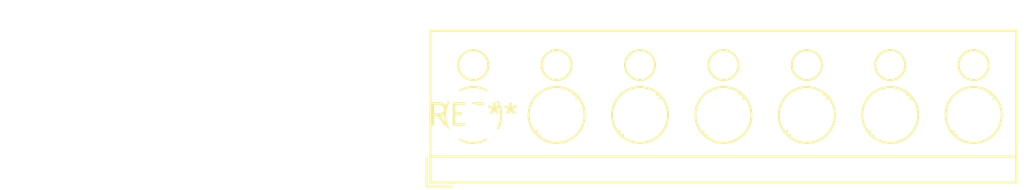
<source format=kicad_pcb>
(kicad_pcb (version 20240108) (generator pcbnew)
  (layers (0 "F.Cu" signal) (31 "B.Cu" signal) (34 "B.Paste" user) (35 "F.Paste" user) (36 "B.SilkS" user "B.Silkscreen") (37 "F.SilkS" user "F.Silkscreen") (38 "B.Mask" user) (39 "F.Mask" user) (44 "Edge.Cuts" user))
  (net 0 "")
  (footprint "TerminalBlock_RND_205-00006_1x07_P5.00mm_Horizontal" (layer "F.Cu") (at 0 0)
    (property "Reference" "REF**")
    (property "Value" "TerminalBlock_RND_205-00006_1x07_P5.00mm_Horizontal")
    (fp_line (start -2.8 2.56) (end -2.8 4.3) (layer "F.SilkS") (stroke (width 0.12)))
    (fp_line (start -2.8 4.3) (end -1.3 4.3) (layer "F.SilkS") (stroke (width 0.12)))
    (fp_line (start -2.56 -5.06) (end -2.56 4.06) (layer "F.SilkS") (stroke (width 0.12)))
    (fp_line (start -2.56 -5.06) (end 32.56 -5.06) (layer "F.SilkS") (stroke (width 0.12)))
    (fp_line (start -2.56 2.5) (end 32.56 2.5) (layer "F.SilkS") (stroke (width 0.12)))
    (fp_line (start -2.56 4.06) (end 32.56 4.06) (layer "F.SilkS") (stroke (width 0.12)))
    (fp_line (start 3.82 0.976) (end 3.726 1.069) (layer "F.SilkS") (stroke (width 0.12)))
    (fp_line (start 3.99 1.216) (end 3.931 1.274) (layer "F.SilkS") (stroke (width 0.12)))
    (fp_line (start 6.07 -1.275) (end 6.011 -1.216) (layer "F.SilkS") (stroke (width 0.12)))
    (fp_line (start 6.275 -1.069) (end 6.181 -0.976) (layer "F.SilkS") (stroke (width 0.12)))
    (fp_line (start 8.82 0.976) (end 8.726 1.069) (layer "F.SilkS") (stroke (width 0.12)))
    (fp_line (start 8.99 1.216) (end 8.931 1.274) (layer "F.SilkS") (stroke (width 0.12)))
    (fp_line (start 11.07 -1.275) (end 11.011 -1.216) (layer "F.SilkS") (stroke (width 0.12)))
    (fp_line (start 11.275 -1.069) (end 11.181 -0.976) (layer "F.SilkS") (stroke (width 0.12)))
    (fp_line (start 13.82 0.976) (end 13.726 1.069) (layer "F.SilkS") (stroke (width 0.12)))
    (fp_line (start 13.99 1.216) (end 13.931 1.274) (layer "F.SilkS") (stroke (width 0.12)))
    (fp_line (start 16.07 -1.275) (end 16.011 -1.216) (layer "F.SilkS") (stroke (width 0.12)))
    (fp_line (start 16.275 -1.069) (end 16.181 -0.976) (layer "F.SilkS") (stroke (width 0.12)))
    (fp_line (start 18.82 0.976) (end 18.726 1.069) (layer "F.SilkS") (stroke (width 0.12)))
    (fp_line (start 18.99 1.216) (end 18.931 1.274) (layer "F.SilkS") (stroke (width 0.12)))
    (fp_line (start 21.07 -1.275) (end 21.011 -1.216) (layer "F.SilkS") (stroke (width 0.12)))
    (fp_line (start 21.275 -1.069) (end 21.181 -0.976) (layer "F.SilkS") (stroke (width 0.12)))
    (fp_line (start 23.82 0.976) (end 23.726 1.069) (layer "F.SilkS") (stroke (width 0.12)))
    (fp_line (start 23.99 1.216) (end 23.931 1.274) (layer "F.SilkS") (stroke (width 0.12)))
    (fp_line (start 26.07 -1.275) (end 26.011 -1.216) (layer "F.SilkS") (stroke (width 0.12)))
    (fp_line (start 26.275 -1.069) (end 26.181 -0.976) (layer "F.SilkS") (stroke (width 0.12)))
    (fp_line (start 28.82 0.976) (end 28.726 1.069) (layer "F.SilkS") (stroke (width 0.12)))
    (fp_line (start 28.99 1.216) (end 28.931 1.274) (layer "F.SilkS") (stroke (width 0.12)))
    (fp_line (start 31.07 -1.275) (end 31.011 -1.216) (layer "F.SilkS") (stroke (width 0.12)))
    (fp_line (start 31.275 -1.069) (end 31.181 -0.976) (layer "F.SilkS") (stroke (width 0.12)))
    (fp_line (start 32.56 -5.06) (end 32.56 4.06) (layer "F.SilkS") (stroke (width 0.12)))
    (fp_arc (start -1.483953 0.789089) (mid -1.680708 5e-05) (end -1.484 -0.789) (layer "F.SilkS") (stroke (width 0.12)))
    (fp_arc (start -0.789089 -1.483953) (mid -5e-05 -1.680708) (end 0.789 -1.484) (layer "F.SilkS") (stroke (width 0.12)))
    (fp_arc (start 0.029383 1.68045) (mid -0.392304 1.634281) (end -0.789 1.484) (layer "F.SilkS") (stroke (width 0.12)))
    (fp_arc (start 0.788712 1.483352) (mid 0.406429 1.630097) (end 0 1.68) (layer "F.SilkS") (stroke (width 0.12)))
    (fp_arc (start 1.483953 -0.789089) (mid 1.680708 -5e-05) (end 1.484 0.789) (layer "F.SilkS") (stroke (width 0.12)))
    (fp_circle (center 0 -3) (end 0.9 -3) (layer "F.SilkS") (stroke (width 0.12)) (fill none))
    (fp_circle (center 5 -3) (end 5.9 -3) (layer "F.SilkS") (stroke (width 0.12)) (fill none))
    (fp_circle (center 5 0) (end 6.68 0) (layer "F.SilkS") (stroke (width 0.12)) (fill none))
    (fp_circle (center 10 -3) (end 10.9 -3) (layer "F.SilkS") (stroke (width 0.12)) (fill none))
    (fp_circle (center 10 0) (end 11.68 0) (layer "F.SilkS") (stroke (width 0.12)) (fill none))
    (fp_circle (center 15 -3) (end 15.9 -3) (layer "F.SilkS") (stroke (width 0.12)) (fill none))
    (fp_circle (center 15 0) (end 16.68 0) (layer "F.SilkS") (stroke (width 0.12)) (fill none))
    (fp_circle (center 20 -3) (end 20.9 -3) (layer "F.SilkS") (stroke (width 0.12)) (fill none))
    (fp_circle (center 20 0) (end 21.68 0) (layer "F.SilkS") (stroke (width 0.12)) (fill none))
    (fp_circle (center 25 -3) (end 25.9 -3) (layer "F.SilkS") (stroke (width 0.12)) (fill none))
    (fp_circle (center 25 0) (end 26.68 0) (layer "F.SilkS") (stroke (width 0.12)) (fill none))
    (fp_circle (center 30 -3) (end 30.9 -3) (layer "F.SilkS") (stroke (width 0.12)) (fill none))
    (fp_circle (center 30 0) (end 31.68 0) (layer "F.SilkS") (stroke (width 0.12)) (fill none))
    (pad "1" thru_hole rect (at 0 0) (size 2.5 2.5) (drill 1.3) (layers *.Cu *.Mask) (remove_unused_layers))
    (pad "2" thru_hole circle (at 5 0) (size 2.5 2.5) (drill 1.3) (layers *.Cu *.Mask) (remove_unused_layers))
    (pad "3" thru_hole circle (at 10 0) (size 2.5 2.5) (drill 1.3) (layers *.Cu *.Mask) (remove_unused_layers))
    (pad "4" thru_hole circle (at 15 0) (size 2.5 2.5) (drill 1.3) (layers *.Cu *.Mask) (remove_unused_layers))
    (pad "5" thru_hole circle (at 20 0) (size 2.5 2.5) (drill 1.3) (layers *.Cu *.Mask) (remove_unused_layers))
    (pad "6" thru_hole circle (at 25 0) (size 2.5 2.5) (drill 1.3) (layers *.Cu *.Mask) (remove_unused_layers))
    (pad "7" thru_hole circle (at 30 0) (size 2.5 2.5) (drill 1.3) (layers *.Cu *.Mask) (remove_unused_layers))
  )
)
</source>
